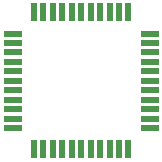
<source format=gbr>
G04 EAGLE Gerber RS-274X export*
G75*
%MOMM*%
%FSLAX34Y34*%
%LPD*%
%INSolderpaste Top*%
%IPPOS*%
%AMOC8*
5,1,8,0,0,1.08239X$1,22.5*%
G01*
%ADD10R,1.500000X0.500000*%
%ADD11R,0.500000X1.500000*%


D10*
X-558380Y40000D03*
X-558380Y32000D03*
X-558380Y24000D03*
X-558380Y16000D03*
X-558380Y8000D03*
X-558380Y0D03*
X-558380Y-8000D03*
X-558380Y-16000D03*
X-558380Y-24000D03*
X-558380Y-32000D03*
X-558380Y-40000D03*
D11*
X-540380Y-58000D03*
X-532380Y-58000D03*
X-524380Y-58000D03*
X-516380Y-58000D03*
X-508380Y-58000D03*
X-500380Y-58000D03*
X-492380Y-58000D03*
X-484380Y-58000D03*
X-476380Y-58000D03*
X-468380Y-58000D03*
X-460380Y-58000D03*
D10*
X-442380Y-40000D03*
X-442380Y-32000D03*
X-442380Y-24000D03*
X-442380Y-16000D03*
X-442380Y-8000D03*
X-442380Y0D03*
X-442380Y8000D03*
X-442380Y16000D03*
X-442380Y24000D03*
X-442380Y32000D03*
X-442380Y40000D03*
D11*
X-460380Y58000D03*
X-468380Y58000D03*
X-476380Y58000D03*
X-484380Y58000D03*
X-492380Y58000D03*
X-500380Y58000D03*
X-508380Y58000D03*
X-516380Y58000D03*
X-524380Y58000D03*
X-532380Y58000D03*
X-540380Y58000D03*
M02*

</source>
